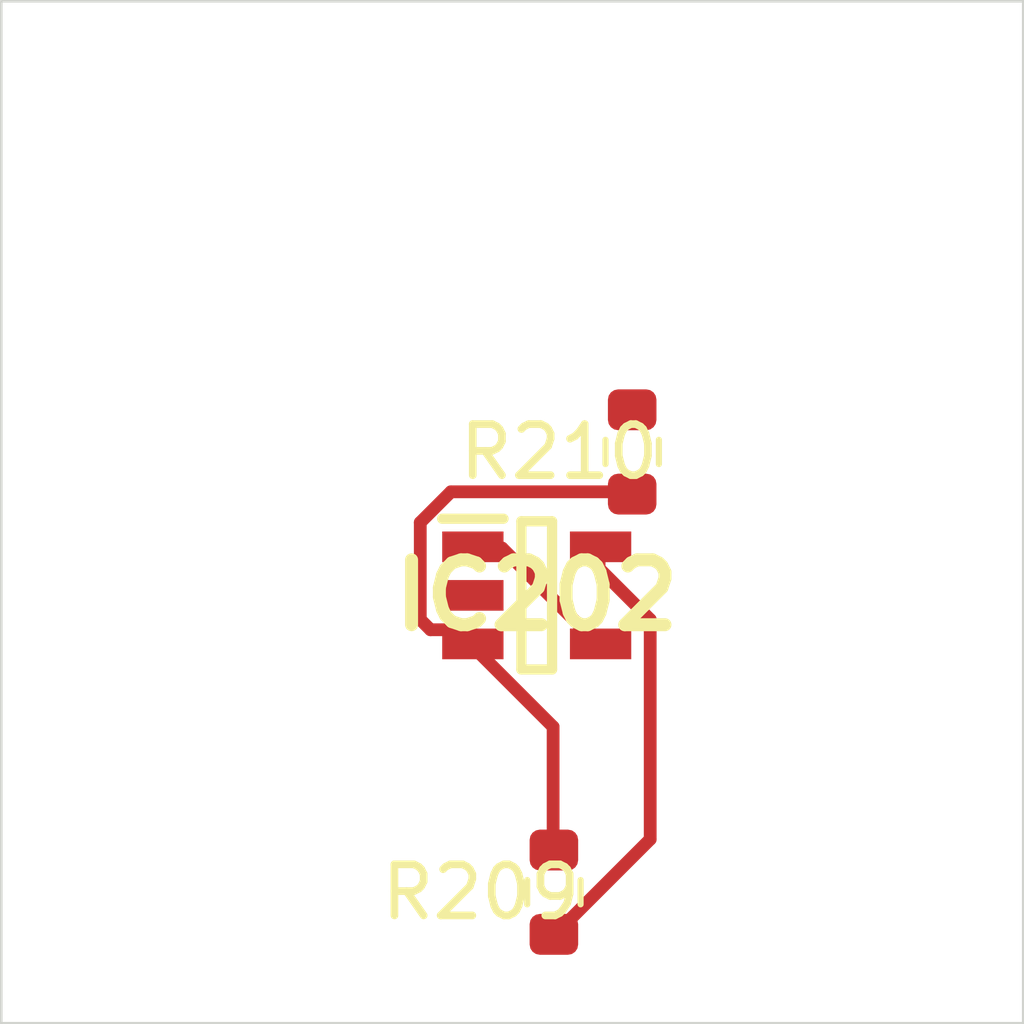
<source format=kicad_pcb>
 ( kicad_pcb  ( version 20171130 )
 ( host pcbnew 5.1.12-84ad8e8a86~92~ubuntu18.04.1 )
 ( general  ( thickness 1.6 )
 ( drawings 4 )
 ( tracks 0 )
 ( zones 0 )
 ( modules 3 )
 ( nets 5 )
)
 ( page A4 )
 ( layers  ( 0 F.Cu signal )
 ( 31 B.Cu signal )
 ( 32 B.Adhes user )
 ( 33 F.Adhes user )
 ( 34 B.Paste user )
 ( 35 F.Paste user )
 ( 36 B.SilkS user )
 ( 37 F.SilkS user )
 ( 38 B.Mask user )
 ( 39 F.Mask user )
 ( 40 Dwgs.User user )
 ( 41 Cmts.User user )
 ( 42 Eco1.User user )
 ( 43 Eco2.User user )
 ( 44 Edge.Cuts user )
 ( 45 Margin user )
 ( 46 B.CrtYd user )
 ( 47 F.CrtYd user )
 ( 48 B.Fab user )
 ( 49 F.Fab user )
)
 ( setup  ( last_trace_width 0.25 )
 ( trace_clearance 0.2 )
 ( zone_clearance 0.508 )
 ( zone_45_only no )
 ( trace_min 0.2 )
 ( via_size 0.8 )
 ( via_drill 0.4 )
 ( via_min_size 0.4 )
 ( via_min_drill 0.3 )
 ( uvia_size 0.3 )
 ( uvia_drill 0.1 )
 ( uvias_allowed no )
 ( uvia_min_size 0.2 )
 ( uvia_min_drill 0.1 )
 ( edge_width 0.05 )
 ( segment_width 0.2 )
 ( pcb_text_width 0.3 )
 ( pcb_text_size 1.5 1.5 )
 ( mod_edge_width 0.12 )
 ( mod_text_size 1 1 )
 ( mod_text_width 0.15 )
 ( pad_size 1.524 1.524 )
 ( pad_drill 0.762 )
 ( pad_to_mask_clearance 0 )
 ( aux_axis_origin 0 0 )
 ( visible_elements FFFFFF7F )
 ( pcbplotparams  ( layerselection 0x010fc_ffffffff )
 ( usegerberextensions false )
 ( usegerberattributes true )
 ( usegerberadvancedattributes true )
 ( creategerberjobfile true )
 ( excludeedgelayer true )
 ( linewidth 0.100000 )
 ( plotframeref false )
 ( viasonmask false )
 ( mode 1 )
 ( useauxorigin false )
 ( hpglpennumber 1 )
 ( hpglpenspeed 20 )
 ( hpglpendiameter 15.000000 )
 ( psnegative false )
 ( psa4output false )
 ( plotreference true )
 ( plotvalue true )
 ( plotinvisibletext false )
 ( padsonsilk false )
 ( subtractmaskfromsilk false )
 ( outputformat 1 )
 ( mirror false )
 ( drillshape 1 )
 ( scaleselection 1 )
 ( outputdirectory "" )
)
)
 ( net 0 "" )
 ( net 1 GND )
 ( net 2 VDDA )
 ( net 3 /Sheet6235D886/vp )
 ( net 4 "Net-(IC202-Pad3)" )
 ( net_class Default "This is the default net class."  ( clearance 0.2 )
 ( trace_width 0.25 )
 ( via_dia 0.8 )
 ( via_drill 0.4 )
 ( uvia_dia 0.3 )
 ( uvia_drill 0.1 )
 ( add_net /Sheet6235D886/vp )
 ( add_net GND )
 ( add_net "Net-(IC202-Pad3)" )
 ( add_net VDDA )
)
 ( module SOT95P280X145-5N locked  ( layer F.Cu )
 ( tedit 62336ED7 )
 ( tstamp 623423ED )
 ( at 90.479100 111.627000 )
 ( descr DBV0005A )
 ( tags "Integrated Circuit" )
 ( path /6235D887/6266C08E )
 ( attr smd )
 ( fp_text reference IC202  ( at 0 0 )
 ( layer F.SilkS )
 ( effects  ( font  ( size 1.27 1.27 )
 ( thickness 0.254 )
)
)
)
 ( fp_text value TL071HIDBVR  ( at 0 0 )
 ( layer F.SilkS )
hide  ( effects  ( font  ( size 1.27 1.27 )
 ( thickness 0.254 )
)
)
)
 ( fp_line  ( start -1.85 -1.5 )
 ( end -0.65 -1.5 )
 ( layer F.SilkS )
 ( width 0.2 )
)
 ( fp_line  ( start -0.3 1.45 )
 ( end -0.3 -1.45 )
 ( layer F.SilkS )
 ( width 0.2 )
)
 ( fp_line  ( start 0.3 1.45 )
 ( end -0.3 1.45 )
 ( layer F.SilkS )
 ( width 0.2 )
)
 ( fp_line  ( start 0.3 -1.45 )
 ( end 0.3 1.45 )
 ( layer F.SilkS )
 ( width 0.2 )
)
 ( fp_line  ( start -0.3 -1.45 )
 ( end 0.3 -1.45 )
 ( layer F.SilkS )
 ( width 0.2 )
)
 ( fp_line  ( start -0.8 -0.5 )
 ( end 0.15 -1.45 )
 ( layer Dwgs.User )
 ( width 0.1 )
)
 ( fp_line  ( start -0.8 1.45 )
 ( end -0.8 -1.45 )
 ( layer Dwgs.User )
 ( width 0.1 )
)
 ( fp_line  ( start 0.8 1.45 )
 ( end -0.8 1.45 )
 ( layer Dwgs.User )
 ( width 0.1 )
)
 ( fp_line  ( start 0.8 -1.45 )
 ( end 0.8 1.45 )
 ( layer Dwgs.User )
 ( width 0.1 )
)
 ( fp_line  ( start -0.8 -1.45 )
 ( end 0.8 -1.45 )
 ( layer Dwgs.User )
 ( width 0.1 )
)
 ( fp_line  ( start -2.1 1.775 )
 ( end -2.1 -1.775 )
 ( layer Dwgs.User )
 ( width 0.05 )
)
 ( fp_line  ( start 2.1 1.775 )
 ( end -2.1 1.775 )
 ( layer Dwgs.User )
 ( width 0.05 )
)
 ( fp_line  ( start 2.1 -1.775 )
 ( end 2.1 1.775 )
 ( layer Dwgs.User )
 ( width 0.05 )
)
 ( fp_line  ( start -2.1 -1.775 )
 ( end 2.1 -1.775 )
 ( layer Dwgs.User )
 ( width 0.05 )
)
 ( pad 1 smd rect  ( at -1.25 -0.95 90.000000 )
 ( size 0.6 1.2 )
 ( layers F.Cu F.Mask F.Paste )
 ( net 3 /Sheet6235D886/vp )
)
 ( pad 2 smd rect  ( at -1.25 0 90.000000 )
 ( size 0.6 1.2 )
 ( layers F.Cu F.Mask F.Paste )
 ( net 1 GND )
)
 ( pad 3 smd rect  ( at -1.25 0.95 90.000000 )
 ( size 0.6 1.2 )
 ( layers F.Cu F.Mask F.Paste )
 ( net 4 "Net-(IC202-Pad3)" )
)
 ( pad 4 smd rect  ( at 1.25 0.95 90.000000 )
 ( size 0.6 1.2 )
 ( layers F.Cu F.Mask F.Paste )
 ( net 3 /Sheet6235D886/vp )
)
 ( pad 5 smd rect  ( at 1.25 -0.95 90.000000 )
 ( size 0.6 1.2 )
 ( layers F.Cu F.Mask F.Paste )
 ( net 2 VDDA )
)
)
 ( module Resistor_SMD:R_0603_1608Metric  ( layer F.Cu )
 ( tedit 5F68FEEE )
 ( tstamp 62342595 )
 ( at 90.815300 117.436000 90.000000 )
 ( descr "Resistor SMD 0603 (1608 Metric), square (rectangular) end terminal, IPC_7351 nominal, (Body size source: IPC-SM-782 page 72, https://www.pcb-3d.com/wordpress/wp-content/uploads/ipc-sm-782a_amendment_1_and_2.pdf), generated with kicad-footprint-generator" )
 ( tags resistor )
 ( path /6235D887/623CDBD9 )
 ( attr smd )
 ( fp_text reference R209  ( at 0 -1.43 )
 ( layer F.SilkS )
 ( effects  ( font  ( size 1 1 )
 ( thickness 0.15 )
)
)
)
 ( fp_text value 100k  ( at 0 1.43 )
 ( layer F.Fab )
 ( effects  ( font  ( size 1 1 )
 ( thickness 0.15 )
)
)
)
 ( fp_line  ( start -0.8 0.4125 )
 ( end -0.8 -0.4125 )
 ( layer F.Fab )
 ( width 0.1 )
)
 ( fp_line  ( start -0.8 -0.4125 )
 ( end 0.8 -0.4125 )
 ( layer F.Fab )
 ( width 0.1 )
)
 ( fp_line  ( start 0.8 -0.4125 )
 ( end 0.8 0.4125 )
 ( layer F.Fab )
 ( width 0.1 )
)
 ( fp_line  ( start 0.8 0.4125 )
 ( end -0.8 0.4125 )
 ( layer F.Fab )
 ( width 0.1 )
)
 ( fp_line  ( start -0.237258 -0.5225 )
 ( end 0.237258 -0.5225 )
 ( layer F.SilkS )
 ( width 0.12 )
)
 ( fp_line  ( start -0.237258 0.5225 )
 ( end 0.237258 0.5225 )
 ( layer F.SilkS )
 ( width 0.12 )
)
 ( fp_line  ( start -1.48 0.73 )
 ( end -1.48 -0.73 )
 ( layer F.CrtYd )
 ( width 0.05 )
)
 ( fp_line  ( start -1.48 -0.73 )
 ( end 1.48 -0.73 )
 ( layer F.CrtYd )
 ( width 0.05 )
)
 ( fp_line  ( start 1.48 -0.73 )
 ( end 1.48 0.73 )
 ( layer F.CrtYd )
 ( width 0.05 )
)
 ( fp_line  ( start 1.48 0.73 )
 ( end -1.48 0.73 )
 ( layer F.CrtYd )
 ( width 0.05 )
)
 ( fp_text user %R  ( at 0 0 )
 ( layer F.Fab )
 ( effects  ( font  ( size 0.4 0.4 )
 ( thickness 0.06 )
)
)
)
 ( pad 1 smd roundrect  ( at -0.825 0 90.000000 )
 ( size 0.8 0.95 )
 ( layers F.Cu F.Mask F.Paste )
 ( roundrect_rratio 0.25 )
 ( net 2 VDDA )
)
 ( pad 2 smd roundrect  ( at 0.825 0 90.000000 )
 ( size 0.8 0.95 )
 ( layers F.Cu F.Mask F.Paste )
 ( roundrect_rratio 0.25 )
 ( net 4 "Net-(IC202-Pad3)" )
)
 ( model ${KISYS3DMOD}/Resistor_SMD.3dshapes/R_0603_1608Metric.wrl  ( at  ( xyz 0 0 0 )
)
 ( scale  ( xyz 1 1 1 )
)
 ( rotate  ( xyz 0 0 0 )
)
)
)
 ( module Resistor_SMD:R_0603_1608Metric  ( layer F.Cu )
 ( tedit 5F68FEEE )
 ( tstamp 623425A6 )
 ( at 92.347400 108.820000 90.000000 )
 ( descr "Resistor SMD 0603 (1608 Metric), square (rectangular) end terminal, IPC_7351 nominal, (Body size source: IPC-SM-782 page 72, https://www.pcb-3d.com/wordpress/wp-content/uploads/ipc-sm-782a_amendment_1_and_2.pdf), generated with kicad-footprint-generator" )
 ( tags resistor )
 ( path /6235D887/623CDBDF )
 ( attr smd )
 ( fp_text reference R210  ( at 0 -1.43 )
 ( layer F.SilkS )
 ( effects  ( font  ( size 1 1 )
 ( thickness 0.15 )
)
)
)
 ( fp_text value 100k  ( at 0 1.43 )
 ( layer F.Fab )
 ( effects  ( font  ( size 1 1 )
 ( thickness 0.15 )
)
)
)
 ( fp_line  ( start 1.48 0.73 )
 ( end -1.48 0.73 )
 ( layer F.CrtYd )
 ( width 0.05 )
)
 ( fp_line  ( start 1.48 -0.73 )
 ( end 1.48 0.73 )
 ( layer F.CrtYd )
 ( width 0.05 )
)
 ( fp_line  ( start -1.48 -0.73 )
 ( end 1.48 -0.73 )
 ( layer F.CrtYd )
 ( width 0.05 )
)
 ( fp_line  ( start -1.48 0.73 )
 ( end -1.48 -0.73 )
 ( layer F.CrtYd )
 ( width 0.05 )
)
 ( fp_line  ( start -0.237258 0.5225 )
 ( end 0.237258 0.5225 )
 ( layer F.SilkS )
 ( width 0.12 )
)
 ( fp_line  ( start -0.237258 -0.5225 )
 ( end 0.237258 -0.5225 )
 ( layer F.SilkS )
 ( width 0.12 )
)
 ( fp_line  ( start 0.8 0.4125 )
 ( end -0.8 0.4125 )
 ( layer F.Fab )
 ( width 0.1 )
)
 ( fp_line  ( start 0.8 -0.4125 )
 ( end 0.8 0.4125 )
 ( layer F.Fab )
 ( width 0.1 )
)
 ( fp_line  ( start -0.8 -0.4125 )
 ( end 0.8 -0.4125 )
 ( layer F.Fab )
 ( width 0.1 )
)
 ( fp_line  ( start -0.8 0.4125 )
 ( end -0.8 -0.4125 )
 ( layer F.Fab )
 ( width 0.1 )
)
 ( fp_text user %R  ( at 0 0 )
 ( layer F.Fab )
 ( effects  ( font  ( size 0.4 0.4 )
 ( thickness 0.06 )
)
)
)
 ( pad 2 smd roundrect  ( at 0.825 0 90.000000 )
 ( size 0.8 0.95 )
 ( layers F.Cu F.Mask F.Paste )
 ( roundrect_rratio 0.25 )
 ( net 1 GND )
)
 ( pad 1 smd roundrect  ( at -0.825 0 90.000000 )
 ( size 0.8 0.95 )
 ( layers F.Cu F.Mask F.Paste )
 ( roundrect_rratio 0.25 )
 ( net 4 "Net-(IC202-Pad3)" )
)
 ( model ${KISYS3DMOD}/Resistor_SMD.3dshapes/R_0603_1608Metric.wrl  ( at  ( xyz 0 0 0 )
)
 ( scale  ( xyz 1 1 1 )
)
 ( rotate  ( xyz 0 0 0 )
)
)
)
 ( gr_line  ( start 100 100 )
 ( end 100 120 )
 ( layer Edge.Cuts )
 ( width 0.05 )
 ( tstamp 62E770C4 )
)
 ( gr_line  ( start 80 120 )
 ( end 100 120 )
 ( layer Edge.Cuts )
 ( width 0.05 )
 ( tstamp 62E770C0 )
)
 ( gr_line  ( start 80 100 )
 ( end 100 100 )
 ( layer Edge.Cuts )
 ( width 0.05 )
 ( tstamp 6234110C )
)
 ( gr_line  ( start 80 100 )
 ( end 80 120 )
 ( layer Edge.Cuts )
 ( width 0.05 )
)
 ( segment  ( start 90.800001 118.300002 )
 ( end 92.700001 116.400002 )
 ( width 0.250000 )
 ( layer F.Cu )
 ( net 2 )
)
 ( segment  ( start 92.700001 116.400002 )
 ( end 92.700001 112.100002 )
 ( width 0.250000 )
 ( layer F.Cu )
 ( net 2 )
)
 ( segment  ( start 92.700001 112.100002 )
 ( end 91.700001 111.100002 )
 ( width 0.250000 )
 ( layer F.Cu )
 ( net 2 )
)
 ( segment  ( start 91.700001 111.100002 )
 ( end 91.700001 110.700002 )
 ( width 0.250000 )
 ( layer F.Cu )
 ( net 2 )
)
 ( segment  ( start 91.700001 112.600002 )
 ( end 89.800001 110.700002 )
 ( width 0.250000 )
 ( layer F.Cu )
 ( net 3 )
)
 ( segment  ( start 89.800001 110.700002 )
 ( end 89.200001 110.700002 )
 ( width 0.250000 )
 ( layer F.Cu )
 ( net 3 )
)
 ( segment  ( start 90.800001 116.600002 )
 ( end 90.800001 114.200002 )
 ( width 0.250000 )
 ( layer F.Cu )
 ( net 4 )
)
 ( segment  ( start 90.800001 114.200002 )
 ( end 89.200001 112.600002 )
 ( width 0.250000 )
 ( layer F.Cu )
 ( net 4 )
)
 ( segment  ( start 92.300001 109.600002 )
 ( end 88.800001 109.600002 )
 ( width 0.250000 )
 ( layer F.Cu )
 ( net 4 )
)
 ( segment  ( start 88.800001 109.600002 )
 ( end 88.200001 110.200002 )
 ( width 0.250000 )
 ( layer F.Cu )
 ( net 4 )
)
 ( segment  ( start 88.200001 110.200002 )
 ( end 88.200001 112.100002 )
 ( width 0.250000 )
 ( layer F.Cu )
 ( net 4 )
)
 ( segment  ( start 88.200001 112.100002 )
 ( end 88.400001 112.300002 )
 ( width 0.250000 )
 ( layer F.Cu )
 ( net 4 )
)
 ( segment  ( start 88.400001 112.300002 )
 ( end 88.900001 112.300002 )
 ( width 0.250000 )
 ( layer F.Cu )
 ( net 4 )
)
 ( segment  ( start 88.900001 112.300002 )
 ( end 89.200001 112.600002 )
 ( width 0.250000 )
 ( layer F.Cu )
 ( net 4 )
)
)

</source>
